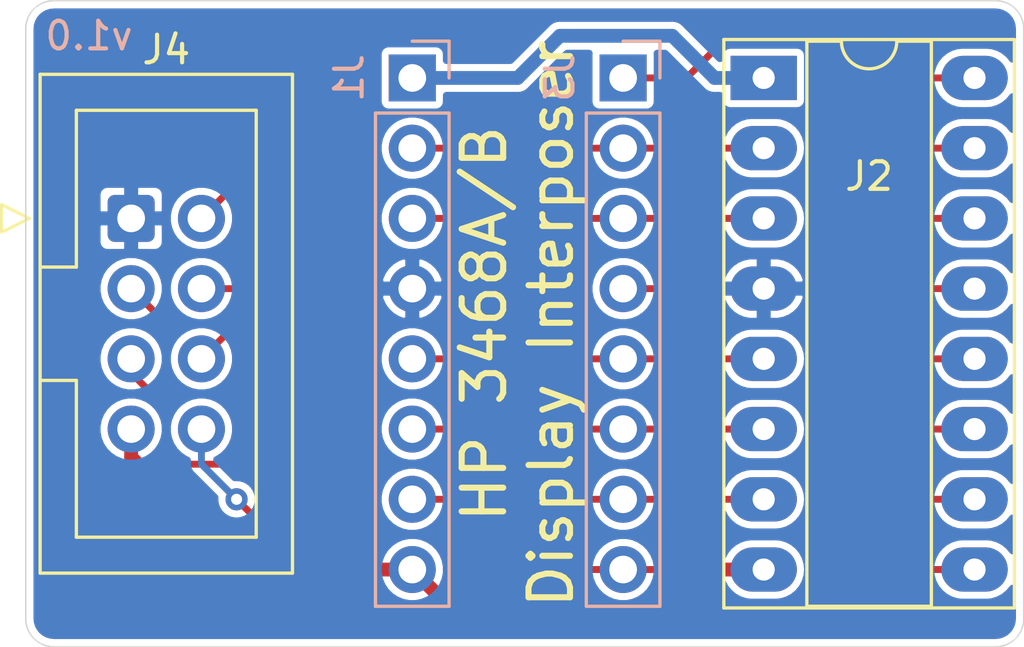
<source format=kicad_pcb>
(kicad_pcb (version 20171130) (host pcbnew "(5.1.10)-1")

  (general
    (thickness 1.6)
    (drawings 10)
    (tracks 110)
    (zones 0)
    (modules 4)
    (nets 17)
  )

  (page A4)
  (layers
    (0 F.Cu signal)
    (31 B.Cu signal)
    (32 B.Adhes user)
    (33 F.Adhes user)
    (34 B.Paste user)
    (35 F.Paste user)
    (36 B.SilkS user)
    (37 F.SilkS user)
    (38 B.Mask user)
    (39 F.Mask user)
    (40 Dwgs.User user)
    (41 Cmts.User user)
    (42 Eco1.User user)
    (43 Eco2.User user)
    (44 Edge.Cuts user)
    (45 Margin user)
    (46 B.CrtYd user)
    (47 F.CrtYd user)
    (48 B.Fab user)
    (49 F.Fab user)
  )

  (setup
    (last_trace_width 0.5)
    (user_trace_width 0.5)
    (trace_clearance 0.2)
    (zone_clearance 0.254)
    (zone_45_only no)
    (trace_min 0.2)
    (via_size 0.8)
    (via_drill 0.4)
    (via_min_size 0.4)
    (via_min_drill 0.3)
    (uvia_size 0.3)
    (uvia_drill 0.1)
    (uvias_allowed no)
    (uvia_min_size 0.2)
    (uvia_min_drill 0.1)
    (edge_width 0.05)
    (segment_width 0.2)
    (pcb_text_width 0.3)
    (pcb_text_size 1.5 1.5)
    (mod_edge_width 0.12)
    (mod_text_size 1 1)
    (mod_text_width 0.15)
    (pad_size 1.524 1.524)
    (pad_drill 0.762)
    (pad_to_mask_clearance 0)
    (aux_axis_origin 0 0)
    (visible_elements FFFFFF7F)
    (pcbplotparams
      (layerselection 0x010fc_ffffffff)
      (usegerberextensions false)
      (usegerberattributes true)
      (usegerberadvancedattributes true)
      (creategerberjobfile true)
      (excludeedgelayer true)
      (linewidth 0.100000)
      (plotframeref false)
      (viasonmask false)
      (mode 1)
      (useauxorigin false)
      (hpglpennumber 1)
      (hpglpenspeed 20)
      (hpglpendiameter 15.000000)
      (psnegative false)
      (psa4output false)
      (plotreference true)
      (plotvalue true)
      (plotinvisibletext false)
      (padsonsilk false)
      (subtractmaskfromsilk false)
      (outputformat 1)
      (mirror false)
      (drillshape 1)
      (scaleselection 1)
      (outputdirectory ""))
  )

  (net 0 "")
  (net 1 /VCC)
  (net 2 /NC_7)
  (net 3 /NC_6)
  (net 4 /OS1)
  (net 5 /GND)
  (net 6 /V1V)
  (net 7 /V2V)
  (net 8 /V3V)
  (net 9 /NC_16)
  (net 10 /ISA)
  (net 11 /SYNC)
  (net 12 /NC_13)
  (net 13 /INA)
  (net 14 /PH2)
  (net 15 /PH1)
  (net 16 /PWO)

  (net_class Default "This is the default net class."
    (clearance 0.2)
    (trace_width 0.25)
    (via_dia 0.8)
    (via_drill 0.4)
    (uvia_dia 0.3)
    (uvia_drill 0.1)
    (add_net /GND)
    (add_net /INA)
    (add_net /ISA)
    (add_net /NC_13)
    (add_net /NC_16)
    (add_net /NC_6)
    (add_net /NC_7)
    (add_net /OS1)
    (add_net /PH1)
    (add_net /PH2)
    (add_net /PWO)
    (add_net /SYNC)
    (add_net /V1V)
    (add_net /V2V)
    (add_net /V3V)
    (add_net /VCC)
  )

  (module Connector_IDC:IDC-Header_2x04_P2.54mm_Vertical (layer F.Cu) (tedit 5EAC9A07) (tstamp 612E8DE5)
    (at 129.54 104.14)
    (descr "Through hole IDC box header, 2x04, 2.54mm pitch, DIN 41651 / IEC 60603-13, double rows, https://docs.google.com/spreadsheets/d/16SsEcesNF15N3Lb4niX7dcUr-NY5_MFPQhobNuNppn4/edit#gid=0")
    (tags "Through hole vertical IDC box header THT 2x04 2.54mm double row")
    (path /612EF55B)
    (fp_text reference J4 (at 1.27 -6.1) (layer F.SilkS)
      (effects (font (size 1 1) (thickness 0.15)))
    )
    (fp_text value IDC_02x04 (at 1.27 13.72) (layer F.Fab)
      (effects (font (size 1 1) (thickness 0.15)))
    )
    (fp_text user %R (at 1.27 3.81 90) (layer F.Fab)
      (effects (font (size 1 1) (thickness 0.15)))
    )
    (fp_line (start -3.18 -4.1) (end -2.18 -5.1) (layer F.Fab) (width 0.1))
    (fp_line (start -2.18 -5.1) (end 5.72 -5.1) (layer F.Fab) (width 0.1))
    (fp_line (start 5.72 -5.1) (end 5.72 12.72) (layer F.Fab) (width 0.1))
    (fp_line (start 5.72 12.72) (end -3.18 12.72) (layer F.Fab) (width 0.1))
    (fp_line (start -3.18 12.72) (end -3.18 -4.1) (layer F.Fab) (width 0.1))
    (fp_line (start -3.18 1.76) (end -1.98 1.76) (layer F.Fab) (width 0.1))
    (fp_line (start -1.98 1.76) (end -1.98 -3.91) (layer F.Fab) (width 0.1))
    (fp_line (start -1.98 -3.91) (end 4.52 -3.91) (layer F.Fab) (width 0.1))
    (fp_line (start 4.52 -3.91) (end 4.52 11.53) (layer F.Fab) (width 0.1))
    (fp_line (start 4.52 11.53) (end -1.98 11.53) (layer F.Fab) (width 0.1))
    (fp_line (start -1.98 11.53) (end -1.98 5.86) (layer F.Fab) (width 0.1))
    (fp_line (start -1.98 5.86) (end -1.98 5.86) (layer F.Fab) (width 0.1))
    (fp_line (start -1.98 5.86) (end -3.18 5.86) (layer F.Fab) (width 0.1))
    (fp_line (start -3.29 -5.21) (end 5.83 -5.21) (layer F.SilkS) (width 0.12))
    (fp_line (start 5.83 -5.21) (end 5.83 12.83) (layer F.SilkS) (width 0.12))
    (fp_line (start 5.83 12.83) (end -3.29 12.83) (layer F.SilkS) (width 0.12))
    (fp_line (start -3.29 12.83) (end -3.29 -5.21) (layer F.SilkS) (width 0.12))
    (fp_line (start -3.29 1.76) (end -1.98 1.76) (layer F.SilkS) (width 0.12))
    (fp_line (start -1.98 1.76) (end -1.98 -3.91) (layer F.SilkS) (width 0.12))
    (fp_line (start -1.98 -3.91) (end 4.52 -3.91) (layer F.SilkS) (width 0.12))
    (fp_line (start 4.52 -3.91) (end 4.52 11.53) (layer F.SilkS) (width 0.12))
    (fp_line (start 4.52 11.53) (end -1.98 11.53) (layer F.SilkS) (width 0.12))
    (fp_line (start -1.98 11.53) (end -1.98 5.86) (layer F.SilkS) (width 0.12))
    (fp_line (start -1.98 5.86) (end -1.98 5.86) (layer F.SilkS) (width 0.12))
    (fp_line (start -1.98 5.86) (end -3.29 5.86) (layer F.SilkS) (width 0.12))
    (fp_line (start -3.68 0) (end -4.68 -0.5) (layer F.SilkS) (width 0.12))
    (fp_line (start -4.68 -0.5) (end -4.68 0.5) (layer F.SilkS) (width 0.12))
    (fp_line (start -4.68 0.5) (end -3.68 0) (layer F.SilkS) (width 0.12))
    (fp_line (start -3.68 -5.6) (end -3.68 13.22) (layer F.CrtYd) (width 0.05))
    (fp_line (start -3.68 13.22) (end 6.22 13.22) (layer F.CrtYd) (width 0.05))
    (fp_line (start 6.22 13.22) (end 6.22 -5.6) (layer F.CrtYd) (width 0.05))
    (fp_line (start 6.22 -5.6) (end -3.68 -5.6) (layer F.CrtYd) (width 0.05))
    (pad 8 thru_hole circle (at 2.54 7.62) (size 1.7 1.7) (drill 1) (layers *.Cu *.Mask)
      (net 16 /PWO))
    (pad 6 thru_hole circle (at 2.54 5.08) (size 1.7 1.7) (drill 1) (layers *.Cu *.Mask)
      (net 13 /INA))
    (pad 4 thru_hole circle (at 2.54 2.54) (size 1.7 1.7) (drill 1) (layers *.Cu *.Mask)
      (net 11 /SYNC))
    (pad 2 thru_hole circle (at 2.54 0) (size 1.7 1.7) (drill 1) (layers *.Cu *.Mask)
      (net 10 /ISA))
    (pad 7 thru_hole circle (at 0 7.62) (size 1.7 1.7) (drill 1) (layers *.Cu *.Mask)
      (net 1 /VCC))
    (pad 5 thru_hole circle (at 0 5.08) (size 1.7 1.7) (drill 1) (layers *.Cu *.Mask)
      (net 15 /PH1))
    (pad 3 thru_hole circle (at 0 2.54) (size 1.7 1.7) (drill 1) (layers *.Cu *.Mask)
      (net 14 /PH2))
    (pad 1 thru_hole roundrect (at 0 0) (size 1.7 1.7) (drill 1) (layers *.Cu *.Mask) (roundrect_rratio 0.147059)
      (net 5 /GND))
    (model ${KISYS3DMOD}/Connector_IDC.3dshapes/IDC-Header_2x04_P2.54mm_Vertical.wrl
      (at (xyz 0 0 0))
      (scale (xyz 1 1 1))
      (rotate (xyz 0 0 0))
    )
  )

  (module Connector_PinHeader_2.54mm:PinHeader_1x08_P2.54mm_Vertical (layer B.Cu) (tedit 59FED5CC) (tstamp 612E8DB8)
    (at 147.32 99.06 180)
    (descr "Through hole straight pin header, 1x08, 2.54mm pitch, single row")
    (tags "Through hole pin header THT 1x08 2.54mm single row")
    (path /612EB9D0)
    (fp_text reference J3 (at 2.286 0 90) (layer B.SilkS)
      (effects (font (size 1 1) (thickness 0.15)) (justify mirror))
    )
    (fp_text value Header_1x8 (at 2.286 -8.89 90) (layer B.Fab)
      (effects (font (size 1 1) (thickness 0.15)) (justify mirror))
    )
    (fp_text user %R (at 0 -8.89 270) (layer B.Fab)
      (effects (font (size 1 1) (thickness 0.15)) (justify mirror))
    )
    (fp_line (start -0.635 1.27) (end 1.27 1.27) (layer B.Fab) (width 0.1))
    (fp_line (start 1.27 1.27) (end 1.27 -19.05) (layer B.Fab) (width 0.1))
    (fp_line (start 1.27 -19.05) (end -1.27 -19.05) (layer B.Fab) (width 0.1))
    (fp_line (start -1.27 -19.05) (end -1.27 0.635) (layer B.Fab) (width 0.1))
    (fp_line (start -1.27 0.635) (end -0.635 1.27) (layer B.Fab) (width 0.1))
    (fp_line (start -1.33 -19.11) (end 1.33 -19.11) (layer B.SilkS) (width 0.12))
    (fp_line (start -1.33 -1.27) (end -1.33 -19.11) (layer B.SilkS) (width 0.12))
    (fp_line (start 1.33 -1.27) (end 1.33 -19.11) (layer B.SilkS) (width 0.12))
    (fp_line (start -1.33 -1.27) (end 1.33 -1.27) (layer B.SilkS) (width 0.12))
    (fp_line (start -1.33 0) (end -1.33 1.33) (layer B.SilkS) (width 0.12))
    (fp_line (start -1.33 1.33) (end 0 1.33) (layer B.SilkS) (width 0.12))
    (fp_line (start -1.8 1.8) (end -1.8 -19.55) (layer B.CrtYd) (width 0.05))
    (fp_line (start -1.8 -19.55) (end 1.8 -19.55) (layer B.CrtYd) (width 0.05))
    (fp_line (start 1.8 -19.55) (end 1.8 1.8) (layer B.CrtYd) (width 0.05))
    (fp_line (start 1.8 1.8) (end -1.8 1.8) (layer B.CrtYd) (width 0.05))
    (pad 8 thru_hole oval (at 0 -17.78 180) (size 1.7 1.7) (drill 1) (layers *.Cu *.Mask)
      (net 16 /PWO))
    (pad 7 thru_hole oval (at 0 -15.24 180) (size 1.7 1.7) (drill 1) (layers *.Cu *.Mask)
      (net 15 /PH1))
    (pad 6 thru_hole oval (at 0 -12.7 180) (size 1.7 1.7) (drill 1) (layers *.Cu *.Mask)
      (net 14 /PH2))
    (pad 5 thru_hole oval (at 0 -10.16 180) (size 1.7 1.7) (drill 1) (layers *.Cu *.Mask)
      (net 13 /INA))
    (pad 4 thru_hole oval (at 0 -7.62 180) (size 1.7 1.7) (drill 1) (layers *.Cu *.Mask)
      (net 12 /NC_13))
    (pad 3 thru_hole oval (at 0 -5.08 180) (size 1.7 1.7) (drill 1) (layers *.Cu *.Mask)
      (net 11 /SYNC))
    (pad 2 thru_hole oval (at 0 -2.54 180) (size 1.7 1.7) (drill 1) (layers *.Cu *.Mask)
      (net 10 /ISA))
    (pad 1 thru_hole rect (at 0 0 180) (size 1.7 1.7) (drill 1) (layers *.Cu *.Mask)
      (net 9 /NC_16))
    (model ${KISYS3DMOD}/Connector_PinHeader_2.54mm.3dshapes/PinHeader_1x08_P2.54mm_Vertical.wrl
      (at (xyz 0 0 0))
      (scale (xyz 1 1 1))
      (rotate (xyz 0 0 0))
    )
  )

  (module Package_DIP:DIP-16_W7.62mm_Socket_LongPads (layer F.Cu) (tedit 5A02E8C5) (tstamp 612EAED5)
    (at 152.4 99.06)
    (descr "16-lead though-hole mounted DIP package, row spacing 7.62 mm (300 mils), Socket, LongPads")
    (tags "THT DIP DIL PDIP 2.54mm 7.62mm 300mil Socket LongPads")
    (path /612E8778)
    (fp_text reference J2 (at 3.81 3.556) (layer F.SilkS)
      (effects (font (size 1 1) (thickness 0.15)))
    )
    (fp_text value Socket_DIP16 (at 3.81 12.7 90) (layer F.Fab)
      (effects (font (size 1 1) (thickness 0.15)))
    )
    (fp_text user %R (at 3.81 3.556) (layer F.Fab)
      (effects (font (size 1 1) (thickness 0.15)))
    )
    (fp_arc (start 3.81 -1.33) (end 2.81 -1.33) (angle -180) (layer F.SilkS) (width 0.12))
    (fp_line (start 1.635 -1.27) (end 6.985 -1.27) (layer F.Fab) (width 0.1))
    (fp_line (start 6.985 -1.27) (end 6.985 19.05) (layer F.Fab) (width 0.1))
    (fp_line (start 6.985 19.05) (end 0.635 19.05) (layer F.Fab) (width 0.1))
    (fp_line (start 0.635 19.05) (end 0.635 -0.27) (layer F.Fab) (width 0.1))
    (fp_line (start 0.635 -0.27) (end 1.635 -1.27) (layer F.Fab) (width 0.1))
    (fp_line (start -1.27 -1.33) (end -1.27 19.11) (layer F.Fab) (width 0.1))
    (fp_line (start -1.27 19.11) (end 8.89 19.11) (layer F.Fab) (width 0.1))
    (fp_line (start 8.89 19.11) (end 8.89 -1.33) (layer F.Fab) (width 0.1))
    (fp_line (start 8.89 -1.33) (end -1.27 -1.33) (layer F.Fab) (width 0.1))
    (fp_line (start 2.81 -1.33) (end 1.56 -1.33) (layer F.SilkS) (width 0.12))
    (fp_line (start 1.56 -1.33) (end 1.56 19.11) (layer F.SilkS) (width 0.12))
    (fp_line (start 1.56 19.11) (end 6.06 19.11) (layer F.SilkS) (width 0.12))
    (fp_line (start 6.06 19.11) (end 6.06 -1.33) (layer F.SilkS) (width 0.12))
    (fp_line (start 6.06 -1.33) (end 4.81 -1.33) (layer F.SilkS) (width 0.12))
    (fp_line (start -1.44 -1.39) (end -1.44 19.17) (layer F.SilkS) (width 0.12))
    (fp_line (start -1.44 19.17) (end 9.06 19.17) (layer F.SilkS) (width 0.12))
    (fp_line (start 9.06 19.17) (end 9.06 -1.39) (layer F.SilkS) (width 0.12))
    (fp_line (start 9.06 -1.39) (end -1.44 -1.39) (layer F.SilkS) (width 0.12))
    (fp_line (start -1.55 -1.6) (end -1.55 19.4) (layer F.CrtYd) (width 0.05))
    (fp_line (start -1.55 19.4) (end 9.15 19.4) (layer F.CrtYd) (width 0.05))
    (fp_line (start 9.15 19.4) (end 9.15 -1.6) (layer F.CrtYd) (width 0.05))
    (fp_line (start 9.15 -1.6) (end -1.55 -1.6) (layer F.CrtYd) (width 0.05))
    (pad 16 thru_hole oval (at 7.62 0) (size 2.4 1.6) (drill 0.8) (layers *.Cu *.Mask)
      (net 9 /NC_16))
    (pad 8 thru_hole oval (at 0 17.78) (size 2.4 1.6) (drill 0.8) (layers *.Cu *.Mask)
      (net 1 /VCC))
    (pad 15 thru_hole oval (at 7.62 2.54) (size 2.4 1.6) (drill 0.8) (layers *.Cu *.Mask)
      (net 10 /ISA))
    (pad 7 thru_hole oval (at 0 15.24) (size 2.4 1.6) (drill 0.8) (layers *.Cu *.Mask)
      (net 2 /NC_7))
    (pad 14 thru_hole oval (at 7.62 5.08) (size 2.4 1.6) (drill 0.8) (layers *.Cu *.Mask)
      (net 11 /SYNC))
    (pad 6 thru_hole oval (at 0 12.7) (size 2.4 1.6) (drill 0.8) (layers *.Cu *.Mask)
      (net 3 /NC_6))
    (pad 13 thru_hole oval (at 7.62 7.62) (size 2.4 1.6) (drill 0.8) (layers *.Cu *.Mask)
      (net 12 /NC_13))
    (pad 5 thru_hole oval (at 0 10.16) (size 2.4 1.6) (drill 0.8) (layers *.Cu *.Mask)
      (net 4 /OS1))
    (pad 12 thru_hole oval (at 7.62 10.16) (size 2.4 1.6) (drill 0.8) (layers *.Cu *.Mask)
      (net 13 /INA))
    (pad 4 thru_hole oval (at 0 7.62) (size 2.4 1.6) (drill 0.8) (layers *.Cu *.Mask)
      (net 5 /GND))
    (pad 11 thru_hole oval (at 7.62 12.7) (size 2.4 1.6) (drill 0.8) (layers *.Cu *.Mask)
      (net 14 /PH2))
    (pad 3 thru_hole oval (at 0 5.08) (size 2.4 1.6) (drill 0.8) (layers *.Cu *.Mask)
      (net 6 /V1V))
    (pad 10 thru_hole oval (at 7.62 15.24) (size 2.4 1.6) (drill 0.8) (layers *.Cu *.Mask)
      (net 15 /PH1))
    (pad 2 thru_hole oval (at 0 2.54) (size 2.4 1.6) (drill 0.8) (layers *.Cu *.Mask)
      (net 7 /V2V))
    (pad 9 thru_hole oval (at 7.62 17.78) (size 2.4 1.6) (drill 0.8) (layers *.Cu *.Mask)
      (net 16 /PWO))
    (pad 1 thru_hole rect (at 0 0) (size 2.4 1.6) (drill 0.8) (layers *.Cu *.Mask)
      (net 8 /V3V))
    (model ${KISYS3DMOD}/Package_DIP.3dshapes/DIP-16_W7.62mm_Socket.wrl
      (at (xyz 0 0 0))
      (scale (xyz 1 1 1))
      (rotate (xyz 0 0 0))
    )
  )

  (module Connector_PinHeader_2.54mm:PinHeader_1x08_P2.54mm_Vertical (layer B.Cu) (tedit 59FED5CC) (tstamp 612EB2FE)
    (at 139.7 99.06 180)
    (descr "Through hole straight pin header, 1x08, 2.54mm pitch, single row")
    (tags "Through hole pin header THT 1x08 2.54mm single row")
    (path /612E8006)
    (fp_text reference J1 (at 2.286 0 90) (layer B.SilkS)
      (effects (font (size 1 1) (thickness 0.15)) (justify mirror))
    )
    (fp_text value Header_1x8 (at 2.286 -8.89 90) (layer B.Fab)
      (effects (font (size 1 1) (thickness 0.15)) (justify mirror))
    )
    (fp_text user %R (at 0 -8.89 270) (layer B.Fab)
      (effects (font (size 1 1) (thickness 0.15)) (justify mirror))
    )
    (fp_line (start -0.635 1.27) (end 1.27 1.27) (layer B.Fab) (width 0.1))
    (fp_line (start 1.27 1.27) (end 1.27 -19.05) (layer B.Fab) (width 0.1))
    (fp_line (start 1.27 -19.05) (end -1.27 -19.05) (layer B.Fab) (width 0.1))
    (fp_line (start -1.27 -19.05) (end -1.27 0.635) (layer B.Fab) (width 0.1))
    (fp_line (start -1.27 0.635) (end -0.635 1.27) (layer B.Fab) (width 0.1))
    (fp_line (start -1.33 -19.11) (end 1.33 -19.11) (layer B.SilkS) (width 0.12))
    (fp_line (start -1.33 -1.27) (end -1.33 -19.11) (layer B.SilkS) (width 0.12))
    (fp_line (start 1.33 -1.27) (end 1.33 -19.11) (layer B.SilkS) (width 0.12))
    (fp_line (start -1.33 -1.27) (end 1.33 -1.27) (layer B.SilkS) (width 0.12))
    (fp_line (start -1.33 0) (end -1.33 1.33) (layer B.SilkS) (width 0.12))
    (fp_line (start -1.33 1.33) (end 0 1.33) (layer B.SilkS) (width 0.12))
    (fp_line (start -1.8 1.8) (end -1.8 -19.55) (layer B.CrtYd) (width 0.05))
    (fp_line (start -1.8 -19.55) (end 1.8 -19.55) (layer B.CrtYd) (width 0.05))
    (fp_line (start 1.8 -19.55) (end 1.8 1.8) (layer B.CrtYd) (width 0.05))
    (fp_line (start 1.8 1.8) (end -1.8 1.8) (layer B.CrtYd) (width 0.05))
    (pad 8 thru_hole oval (at 0 -17.78 180) (size 1.7 1.7) (drill 1) (layers *.Cu *.Mask)
      (net 1 /VCC))
    (pad 7 thru_hole oval (at 0 -15.24 180) (size 1.7 1.7) (drill 1) (layers *.Cu *.Mask)
      (net 2 /NC_7))
    (pad 6 thru_hole oval (at 0 -12.7 180) (size 1.7 1.7) (drill 1) (layers *.Cu *.Mask)
      (net 3 /NC_6))
    (pad 5 thru_hole oval (at 0 -10.16 180) (size 1.7 1.7) (drill 1) (layers *.Cu *.Mask)
      (net 4 /OS1))
    (pad 4 thru_hole oval (at 0 -7.62 180) (size 1.7 1.7) (drill 1) (layers *.Cu *.Mask)
      (net 5 /GND))
    (pad 3 thru_hole oval (at 0 -5.08 180) (size 1.7 1.7) (drill 1) (layers *.Cu *.Mask)
      (net 6 /V1V))
    (pad 2 thru_hole oval (at 0 -2.54 180) (size 1.7 1.7) (drill 1) (layers *.Cu *.Mask)
      (net 7 /V2V))
    (pad 1 thru_hole rect (at 0 0 180) (size 1.7 1.7) (drill 1) (layers *.Cu *.Mask)
      (net 8 /V3V))
    (model ${KISYS3DMOD}/Connector_PinHeader_2.54mm.3dshapes/PinHeader_1x08_P2.54mm_Vertical.wrl
      (at (xyz 0 0 0))
      (scale (xyz 1 1 1))
      (rotate (xyz 0 0 0))
    )
  )

  (gr_arc (start 126.746 118.618) (end 125.73 118.618) (angle -90) (layer Edge.Cuts) (width 0.05))
  (gr_arc (start 160.782 118.618) (end 160.782 119.634) (angle -90) (layer Edge.Cuts) (width 0.05))
  (gr_arc (start 160.782 97.282) (end 161.798 97.282) (angle -90) (layer Edge.Cuts) (width 0.05))
  (gr_arc (start 126.746 97.282) (end 126.746 96.266) (angle -90) (layer Edge.Cuts) (width 0.05))
  (gr_text v1.0 (at 128.016 97.536) (layer B.SilkS)
    (effects (font (size 1 1) (thickness 0.15)) (justify mirror))
  )
  (gr_text "HP 3468A/B\nDisplay Interposer" (at 143.51 107.95 90) (layer F.SilkS)
    (effects (font (size 1.5 1.5) (thickness 0.22)))
  )
  (gr_line (start 125.73 118.618) (end 125.73 97.282) (layer Edge.Cuts) (width 0.05) (tstamp 612EB474))
  (gr_line (start 160.782 119.634) (end 126.746 119.634) (layer Edge.Cuts) (width 0.05))
  (gr_line (start 161.798 97.282) (end 161.798 118.618) (layer Edge.Cuts) (width 0.05))
  (gr_line (start 126.746 96.266) (end 160.782 96.266) (layer Edge.Cuts) (width 0.05))

  (segment (start 129.54 111.76) (end 129.54 112.776) (width 0.5) (layer F.Cu) (net 1))
  (segment (start 133.604 116.84) (end 139.7 116.84) (width 0.5) (layer F.Cu) (net 1))
  (segment (start 129.54 112.776) (end 133.604 116.84) (width 0.5) (layer F.Cu) (net 1))
  (segment (start 141.224 118.364) (end 139.7 116.84) (width 0.5) (layer F.Cu) (net 1))
  (segment (start 152.4 116.84) (end 150.876 116.84) (width 0.5) (layer F.Cu) (net 1))
  (segment (start 150.876 116.84) (end 149.352 118.364) (width 0.5) (layer F.Cu) (net 1))
  (segment (start 149.352 118.364) (end 141.224 118.364) (width 0.5) (layer F.Cu) (net 1))
  (segment (start 150.114 114.3) (end 148.844 115.57) (width 0.25) (layer F.Cu) (net 2))
  (segment (start 152.4 114.3) (end 150.114 114.3) (width 0.25) (layer F.Cu) (net 2))
  (segment (start 141.478 114.3) (end 142.748 115.57) (width 0.25) (layer F.Cu) (net 2))
  (segment (start 139.7 114.3) (end 141.478 114.3) (width 0.25) (layer F.Cu) (net 2))
  (segment (start 148.844 115.57) (end 142.748 115.57) (width 0.25) (layer F.Cu) (net 2))
  (segment (start 152.4 111.76) (end 150.876 111.76) (width 0.25) (layer F.Cu) (net 3))
  (segment (start 150.876 111.76) (end 149.606 113.03) (width 0.25) (layer F.Cu) (net 3))
  (segment (start 141.224 111.76) (end 142.494 113.03) (width 0.25) (layer F.Cu) (net 3))
  (segment (start 139.7 111.76) (end 141.224 111.76) (width 0.25) (layer F.Cu) (net 3))
  (segment (start 149.606 113.03) (end 142.494 113.03) (width 0.25) (layer F.Cu) (net 3))
  (segment (start 152.4 109.22) (end 150.622 109.22) (width 0.25) (layer F.Cu) (net 4))
  (segment (start 150.622 109.22) (end 149.352 110.49) (width 0.25) (layer F.Cu) (net 4))
  (segment (start 139.7 109.22) (end 142.748 109.22) (width 0.25) (layer F.Cu) (net 4))
  (segment (start 142.748 109.22) (end 144.018 110.49) (width 0.25) (layer F.Cu) (net 4))
  (segment (start 149.352 110.49) (end 144.018 110.49) (width 0.25) (layer F.Cu) (net 4))
  (segment (start 142.24 104.14) (end 139.7 104.14) (width 0.25) (layer F.Cu) (net 6))
  (segment (start 152.4 104.14) (end 150.368 104.14) (width 0.25) (layer F.Cu) (net 6))
  (segment (start 150.368 104.14) (end 149.098 105.41) (width 0.25) (layer F.Cu) (net 6))
  (segment (start 143.51 105.41) (end 142.24 104.14) (width 0.25) (layer F.Cu) (net 6))
  (segment (start 149.098 105.41) (end 143.51 105.41) (width 0.25) (layer F.Cu) (net 6))
  (segment (start 152.4 101.6) (end 150.622 101.6) (width 0.25) (layer F.Cu) (net 7))
  (segment (start 141.732 101.6) (end 139.7 101.6) (width 0.25) (layer F.Cu) (net 7))
  (segment (start 150.622 101.6) (end 149.352 102.87) (width 0.25) (layer F.Cu) (net 7))
  (segment (start 143.002 102.87) (end 141.732 101.6) (width 0.25) (layer F.Cu) (net 7))
  (segment (start 149.352 102.87) (end 143.002 102.87) (width 0.25) (layer F.Cu) (net 7))
  (segment (start 143.51 99.06) (end 139.7 99.06) (width 0.5) (layer B.Cu) (net 8))
  (segment (start 145.034 97.536) (end 143.51 99.06) (width 0.5) (layer B.Cu) (net 8))
  (segment (start 149.098 97.536) (end 145.034 97.536) (width 0.5) (layer B.Cu) (net 8))
  (segment (start 150.622 99.06) (end 149.098 97.536) (width 0.5) (layer B.Cu) (net 8))
  (segment (start 152.4 99.06) (end 150.622 99.06) (width 0.5) (layer B.Cu) (net 8))
  (segment (start 160.02 99.06) (end 157.48 99.06) (width 0.25) (layer F.Cu) (net 9))
  (segment (start 157.48 99.06) (end 155.956 97.536) (width 0.25) (layer F.Cu) (net 9))
  (segment (start 155.956 97.536) (end 151.13 97.536) (width 0.25) (layer F.Cu) (net 9))
  (segment (start 149.606 99.06) (end 147.32 99.06) (width 0.25) (layer F.Cu) (net 9))
  (segment (start 151.13 97.536) (end 149.606 99.06) (width 0.25) (layer F.Cu) (net 9))
  (segment (start 148.59 101.6) (end 147.32 101.6) (width 0.25) (layer F.Cu) (net 10))
  (segment (start 149.86 100.33) (end 148.59 101.6) (width 0.25) (layer F.Cu) (net 10))
  (segment (start 154.432 100.33) (end 149.86 100.33) (width 0.25) (layer F.Cu) (net 10))
  (segment (start 155.702 101.6) (end 154.432 100.33) (width 0.25) (layer F.Cu) (net 10))
  (segment (start 160.02 101.6) (end 155.702 101.6) (width 0.25) (layer F.Cu) (net 10))
  (segment (start 147.32 101.6) (end 144.018 101.6) (width 0.25) (layer F.Cu) (net 10))
  (segment (start 144.018 101.6) (end 142.748 100.33) (width 0.25) (layer F.Cu) (net 10))
  (segment (start 135.89 100.33) (end 132.08 104.14) (width 0.25) (layer F.Cu) (net 10))
  (segment (start 142.748 100.33) (end 135.89 100.33) (width 0.25) (layer F.Cu) (net 10))
  (segment (start 149.098 104.14) (end 147.32 104.14) (width 0.25) (layer F.Cu) (net 11))
  (segment (start 150.368 102.87) (end 149.098 104.14) (width 0.25) (layer F.Cu) (net 11))
  (segment (start 154.432 102.87) (end 150.368 102.87) (width 0.25) (layer F.Cu) (net 11))
  (segment (start 155.702 104.14) (end 154.432 102.87) (width 0.25) (layer F.Cu) (net 11))
  (segment (start 160.02 104.14) (end 155.702 104.14) (width 0.25) (layer F.Cu) (net 11))
  (segment (start 147.32 104.14) (end 143.256 104.14) (width 0.25) (layer F.Cu) (net 11))
  (segment (start 143.256 104.14) (end 141.986 102.87) (width 0.25) (layer F.Cu) (net 11))
  (segment (start 141.986 102.87) (end 137.668 102.87) (width 0.25) (layer F.Cu) (net 11))
  (segment (start 133.858 106.68) (end 132.08 106.68) (width 0.25) (layer F.Cu) (net 11))
  (segment (start 137.668 102.87) (end 133.858 106.68) (width 0.25) (layer F.Cu) (net 11))
  (segment (start 160.02 106.68) (end 157.226 106.68) (width 0.25) (layer F.Cu) (net 12))
  (segment (start 157.226 106.68) (end 155.956 105.41) (width 0.25) (layer F.Cu) (net 12))
  (segment (start 155.956 105.41) (end 150.368 105.41) (width 0.25) (layer F.Cu) (net 12))
  (segment (start 149.098 106.68) (end 147.32 106.68) (width 0.25) (layer F.Cu) (net 12))
  (segment (start 150.368 105.41) (end 149.098 106.68) (width 0.25) (layer F.Cu) (net 12))
  (segment (start 160.02 109.22) (end 156.718 109.22) (width 0.25) (layer F.Cu) (net 13))
  (segment (start 156.718 109.22) (end 155.448 107.95) (width 0.25) (layer F.Cu) (net 13))
  (segment (start 155.448 107.95) (end 150.114 107.95) (width 0.25) (layer F.Cu) (net 13))
  (segment (start 148.844 109.22) (end 147.32 109.22) (width 0.25) (layer F.Cu) (net 13))
  (segment (start 150.114 107.95) (end 148.844 109.22) (width 0.25) (layer F.Cu) (net 13))
  (segment (start 147.32 109.22) (end 144.272 109.22) (width 0.25) (layer F.Cu) (net 13))
  (segment (start 144.272 109.22) (end 143.002 107.95) (width 0.25) (layer F.Cu) (net 13))
  (segment (start 133.35 107.95) (end 132.08 109.22) (width 0.25) (layer F.Cu) (net 13))
  (segment (start 143.002 107.95) (end 133.35 107.95) (width 0.25) (layer F.Cu) (net 13))
  (segment (start 160.02 111.76) (end 156.718 111.76) (width 0.25) (layer F.Cu) (net 14))
  (segment (start 156.718 111.76) (end 155.448 110.49) (width 0.25) (layer F.Cu) (net 14))
  (segment (start 155.448 110.49) (end 150.876 110.49) (width 0.25) (layer F.Cu) (net 14))
  (segment (start 149.606 111.76) (end 147.32 111.76) (width 0.25) (layer F.Cu) (net 14))
  (segment (start 150.876 110.49) (end 149.606 111.76) (width 0.25) (layer F.Cu) (net 14))
  (segment (start 130.81 107.95) (end 129.54 106.68) (width 0.25) (layer F.Cu) (net 14))
  (segment (start 130.81 109.982) (end 130.81 107.95) (width 0.25) (layer F.Cu) (net 14))
  (segment (start 131.318 110.49) (end 130.81 109.982) (width 0.25) (layer F.Cu) (net 14))
  (segment (start 141.986 110.49) (end 131.318 110.49) (width 0.25) (layer F.Cu) (net 14))
  (segment (start 143.256 111.76) (end 141.986 110.49) (width 0.25) (layer F.Cu) (net 14))
  (segment (start 147.32 111.76) (end 143.256 111.76) (width 0.25) (layer F.Cu) (net 14))
  (segment (start 150.368 113.03) (end 149.098 114.3) (width 0.25) (layer F.Cu) (net 15))
  (segment (start 149.098 114.3) (end 147.32 114.3) (width 0.25) (layer F.Cu) (net 15))
  (segment (start 155.448 113.03) (end 150.368 113.03) (width 0.25) (layer F.Cu) (net 15))
  (segment (start 156.718 114.3) (end 155.448 113.03) (width 0.25) (layer F.Cu) (net 15))
  (segment (start 160.02 114.3) (end 156.718 114.3) (width 0.25) (layer F.Cu) (net 15))
  (segment (start 129.54 109.728) (end 129.54 109.22) (width 0.25) (layer F.Cu) (net 15))
  (segment (start 130.81 110.998) (end 129.54 109.728) (width 0.25) (layer F.Cu) (net 15))
  (segment (start 130.81 112.268) (end 130.81 110.998) (width 0.25) (layer F.Cu) (net 15))
  (segment (start 131.572 113.03) (end 130.81 112.268) (width 0.25) (layer F.Cu) (net 15))
  (segment (start 141.478 113.03) (end 131.572 113.03) (width 0.25) (layer F.Cu) (net 15))
  (segment (start 142.748 114.3) (end 141.478 113.03) (width 0.25) (layer F.Cu) (net 15))
  (segment (start 147.32 114.3) (end 142.748 114.3) (width 0.25) (layer F.Cu) (net 15))
  (segment (start 160.02 116.84) (end 157.226 116.84) (width 0.25) (layer F.Cu) (net 16))
  (segment (start 157.226 116.84) (end 155.956 115.57) (width 0.25) (layer F.Cu) (net 16))
  (segment (start 155.956 115.57) (end 150.876 115.57) (width 0.25) (layer F.Cu) (net 16))
  (segment (start 149.606 116.84) (end 147.32 116.84) (width 0.25) (layer F.Cu) (net 16))
  (segment (start 150.876 115.57) (end 149.606 116.84) (width 0.25) (layer F.Cu) (net 16))
  (segment (start 147.32 116.84) (end 142.748 116.84) (width 0.25) (layer F.Cu) (net 16))
  (segment (start 142.748 116.84) (end 141.478 115.57) (width 0.25) (layer F.Cu) (net 16))
  (via (at 133.35 114.3) (size 0.8) (drill 0.4) (layers F.Cu B.Cu) (net 16))
  (segment (start 134.62 115.57) (end 133.35 114.3) (width 0.25) (layer F.Cu) (net 16))
  (segment (start 141.478 115.57) (end 134.62 115.57) (width 0.25) (layer F.Cu) (net 16))
  (segment (start 132.08 113.03) (end 132.08 111.76) (width 0.25) (layer B.Cu) (net 16))
  (segment (start 133.35 114.3) (end 132.08 113.03) (width 0.25) (layer B.Cu) (net 16))

  (zone (net 5) (net_name /GND) (layer B.Cu) (tstamp 0) (hatch edge 0.508)
    (connect_pads (clearance 0.254))
    (min_thickness 0.254)
    (fill yes (arc_segments 32) (thermal_gap 0.254) (thermal_bridge_width 0.508))
    (polygon
      (pts
        (xy 161.798 119.634) (xy 125.73 119.634) (xy 125.73 96.266) (xy 161.798 96.266)
      )
    )
    (filled_polygon
      (pts
        (xy 160.900106 96.685527) (xy 161.013713 96.719827) (xy 161.118491 96.775539) (xy 161.210455 96.850543) (xy 161.286099 96.941982)
        (xy 161.342542 97.046371) (xy 161.377633 97.159732) (xy 161.392 97.296424) (xy 161.392 98.382764) (xy 161.259134 98.220866)
        (xy 161.079303 98.073283) (xy 160.874136 97.963619) (xy 160.651516 97.896088) (xy 160.478016 97.879) (xy 159.561984 97.879)
        (xy 159.388484 97.896088) (xy 159.165864 97.963619) (xy 158.960697 98.073283) (xy 158.780866 98.220866) (xy 158.633283 98.400697)
        (xy 158.523619 98.605864) (xy 158.456088 98.828484) (xy 158.433286 99.06) (xy 158.456088 99.291516) (xy 158.523619 99.514136)
        (xy 158.633283 99.719303) (xy 158.780866 99.899134) (xy 158.960697 100.046717) (xy 159.165864 100.156381) (xy 159.388484 100.223912)
        (xy 159.561984 100.241) (xy 160.478016 100.241) (xy 160.651516 100.223912) (xy 160.874136 100.156381) (xy 161.079303 100.046717)
        (xy 161.259134 99.899134) (xy 161.392 99.737236) (xy 161.392 100.922764) (xy 161.259134 100.760866) (xy 161.079303 100.613283)
        (xy 160.874136 100.503619) (xy 160.651516 100.436088) (xy 160.478016 100.419) (xy 159.561984 100.419) (xy 159.388484 100.436088)
        (xy 159.165864 100.503619) (xy 158.960697 100.613283) (xy 158.780866 100.760866) (xy 158.633283 100.940697) (xy 158.523619 101.145864)
        (xy 158.456088 101.368484) (xy 158.433286 101.6) (xy 158.456088 101.831516) (xy 158.523619 102.054136) (xy 158.633283 102.259303)
        (xy 158.780866 102.439134) (xy 158.960697 102.586717) (xy 159.165864 102.696381) (xy 159.388484 102.763912) (xy 159.561984 102.781)
        (xy 160.478016 102.781) (xy 160.651516 102.763912) (xy 160.874136 102.696381) (xy 161.079303 102.586717) (xy 161.259134 102.439134)
        (xy 161.392 102.277235) (xy 161.392 103.462765) (xy 161.259134 103.300866) (xy 161.079303 103.153283) (xy 160.874136 103.043619)
        (xy 160.651516 102.976088) (xy 160.478016 102.959) (xy 159.561984 102.959) (xy 159.388484 102.976088) (xy 159.165864 103.043619)
        (xy 158.960697 103.153283) (xy 158.780866 103.300866) (xy 158.633283 103.480697) (xy 158.523619 103.685864) (xy 158.456088 103.908484)
        (xy 158.433286 104.14) (xy 158.456088 104.371516) (xy 158.523619 104.594136) (xy 158.633283 104.799303) (xy 158.780866 104.979134)
        (xy 158.960697 105.126717) (xy 159.165864 105.236381) (xy 159.388484 105.303912) (xy 159.561984 105.321) (xy 160.478016 105.321)
        (xy 160.651516 105.303912) (xy 160.874136 105.236381) (xy 161.079303 105.126717) (xy 161.259134 104.979134) (xy 161.392 104.817235)
        (xy 161.392 106.002765) (xy 161.259134 105.840866) (xy 161.079303 105.693283) (xy 160.874136 105.583619) (xy 160.651516 105.516088)
        (xy 160.478016 105.499) (xy 159.561984 105.499) (xy 159.388484 105.516088) (xy 159.165864 105.583619) (xy 158.960697 105.693283)
        (xy 158.780866 105.840866) (xy 158.633283 106.020697) (xy 158.523619 106.225864) (xy 158.456088 106.448484) (xy 158.433286 106.68)
        (xy 158.456088 106.911516) (xy 158.523619 107.134136) (xy 158.633283 107.339303) (xy 158.780866 107.519134) (xy 158.960697 107.666717)
        (xy 159.165864 107.776381) (xy 159.388484 107.843912) (xy 159.561984 107.861) (xy 160.478016 107.861) (xy 160.651516 107.843912)
        (xy 160.874136 107.776381) (xy 161.079303 107.666717) (xy 161.259134 107.519134) (xy 161.392 107.357235) (xy 161.392001 108.542765)
        (xy 161.259134 108.380866) (xy 161.079303 108.233283) (xy 160.874136 108.123619) (xy 160.651516 108.056088) (xy 160.478016 108.039)
        (xy 159.561984 108.039) (xy 159.388484 108.056088) (xy 159.165864 108.123619) (xy 158.960697 108.233283) (xy 158.780866 108.380866)
        (xy 158.633283 108.560697) (xy 158.523619 108.765864) (xy 158.456088 108.988484) (xy 158.433286 109.22) (xy 158.456088 109.451516)
        (xy 158.523619 109.674136) (xy 158.633283 109.879303) (xy 158.780866 110.059134) (xy 158.960697 110.206717) (xy 159.165864 110.316381)
        (xy 159.388484 110.383912) (xy 159.561984 110.401) (xy 160.478016 110.401) (xy 160.651516 110.383912) (xy 160.874136 110.316381)
        (xy 161.079303 110.206717) (xy 161.259134 110.059134) (xy 161.392001 109.897235) (xy 161.392001 111.082765) (xy 161.259134 110.920866)
        (xy 161.079303 110.773283) (xy 160.874136 110.663619) (xy 160.651516 110.596088) (xy 160.478016 110.579) (xy 159.561984 110.579)
        (xy 159.388484 110.596088) (xy 159.165864 110.663619) (xy 158.960697 110.773283) (xy 158.780866 110.920866) (xy 158.633283 111.100697)
        (xy 158.523619 111.305864) (xy 158.456088 111.528484) (xy 158.433286 111.76) (xy 158.456088 111.991516) (xy 158.523619 112.214136)
        (xy 158.633283 112.419303) (xy 158.780866 112.599134) (xy 158.960697 112.746717) (xy 159.165864 112.856381) (xy 159.388484 112.923912)
        (xy 159.561984 112.941) (xy 160.478016 112.941) (xy 160.651516 112.923912) (xy 160.874136 112.856381) (xy 161.079303 112.746717)
        (xy 161.259134 112.599134) (xy 161.392001 112.437235) (xy 161.392001 113.622765) (xy 161.259134 113.460866) (xy 161.079303 113.313283)
        (xy 160.874136 113.203619) (xy 160.651516 113.136088) (xy 160.478016 113.119) (xy 159.561984 113.119) (xy 159.388484 113.136088)
        (xy 159.165864 113.203619) (xy 158.960697 113.313283) (xy 158.780866 113.460866) (xy 158.633283 113.640697) (xy 158.523619 113.845864)
        (xy 158.456088 114.068484) (xy 158.433286 114.3) (xy 158.456088 114.531516) (xy 158.523619 114.754136) (xy 158.633283 114.959303)
        (xy 158.780866 115.139134) (xy 158.960697 115.286717) (xy 159.165864 115.396381) (xy 159.388484 115.463912) (xy 159.561984 115.481)
        (xy 160.478016 115.481) (xy 160.651516 115.463912) (xy 160.874136 115.396381) (xy 161.079303 115.286717) (xy 161.259134 115.139134)
        (xy 161.392001 114.977235) (xy 161.392001 116.162765) (xy 161.259134 116.000866) (xy 161.079303 115.853283) (xy 160.874136 115.743619)
        (xy 160.651516 115.676088) (xy 160.478016 115.659) (xy 159.561984 115.659) (xy 159.388484 115.676088) (xy 159.165864 115.743619)
        (xy 158.960697 115.853283) (xy 158.780866 116.000866) (xy 158.633283 116.180697) (xy 158.523619 116.385864) (xy 158.456088 116.608484)
        (xy 158.433286 116.84) (xy 158.456088 117.071516) (xy 158.523619 117.294136) (xy 158.633283 117.499303) (xy 158.780866 117.679134)
        (xy 158.960697 117.826717) (xy 159.165864 117.936381) (xy 159.388484 118.003912) (xy 159.561984 118.021) (xy 160.478016 118.021)
        (xy 160.651516 118.003912) (xy 160.874136 117.936381) (xy 161.079303 117.826717) (xy 161.259134 117.679134) (xy 161.392001 117.517235)
        (xy 161.392001 118.598136) (xy 161.378473 118.736105) (xy 161.344174 118.849709) (xy 161.288461 118.954492) (xy 161.213459 119.046453)
        (xy 161.12202 119.122098) (xy 161.017628 119.178543) (xy 160.904269 119.213633) (xy 160.767576 119.228) (xy 126.765854 119.228)
        (xy 126.627895 119.214473) (xy 126.514291 119.180174) (xy 126.409508 119.124461) (xy 126.317547 119.049459) (xy 126.241902 118.95802)
        (xy 126.185457 118.853628) (xy 126.150367 118.740269) (xy 126.136 118.603576) (xy 126.136 116.718757) (xy 138.469 116.718757)
        (xy 138.469 116.961243) (xy 138.516307 117.199069) (xy 138.609102 117.423097) (xy 138.74382 117.624717) (xy 138.915283 117.79618)
        (xy 139.116903 117.930898) (xy 139.340931 118.023693) (xy 139.578757 118.071) (xy 139.821243 118.071) (xy 140.059069 118.023693)
        (xy 140.283097 117.930898) (xy 140.484717 117.79618) (xy 140.65618 117.624717) (xy 140.790898 117.423097) (xy 140.883693 117.199069)
        (xy 140.931 116.961243) (xy 140.931 116.718757) (xy 146.089 116.718757) (xy 146.089 116.961243) (xy 146.136307 117.199069)
        (xy 146.229102 117.423097) (xy 146.36382 117.624717) (xy 146.535283 117.79618) (xy 146.736903 117.930898) (xy 146.960931 118.023693)
        (xy 147.198757 118.071) (xy 147.441243 118.071) (xy 147.679069 118.023693) (xy 147.903097 117.930898) (xy 148.104717 117.79618)
        (xy 148.27618 117.624717) (xy 148.410898 117.423097) (xy 148.503693 117.199069) (xy 148.551 116.961243) (xy 148.551 116.84)
        (xy 150.813286 116.84) (xy 150.836088 117.071516) (xy 150.903619 117.294136) (xy 151.013283 117.499303) (xy 151.160866 117.679134)
        (xy 151.340697 117.826717) (xy 151.545864 117.936381) (xy 151.768484 118.003912) (xy 151.941984 118.021) (xy 152.858016 118.021)
        (xy 153.031516 118.003912) (xy 153.254136 117.936381) (xy 153.459303 117.826717) (xy 153.639134 117.679134) (xy 153.786717 117.499303)
        (xy 153.896381 117.294136) (xy 153.963912 117.071516) (xy 153.986714 116.84) (xy 153.963912 116.608484) (xy 153.896381 116.385864)
        (xy 153.786717 116.180697) (xy 153.639134 116.000866) (xy 153.459303 115.853283) (xy 153.254136 115.743619) (xy 153.031516 115.676088)
        (xy 152.858016 115.659) (xy 151.941984 115.659) (xy 151.768484 115.676088) (xy 151.545864 115.743619) (xy 151.340697 115.853283)
        (xy 151.160866 116.000866) (xy 151.013283 116.180697) (xy 150.903619 116.385864) (xy 150.836088 116.608484) (xy 150.813286 116.84)
        (xy 148.551 116.84) (xy 148.551 116.718757) (xy 148.503693 116.480931) (xy 148.410898 116.256903) (xy 148.27618 116.055283)
        (xy 148.104717 115.88382) (xy 147.903097 115.749102) (xy 147.679069 115.656307) (xy 147.441243 115.609) (xy 147.198757 115.609)
        (xy 146.960931 115.656307) (xy 146.736903 115.749102) (xy 146.535283 115.88382) (xy 146.36382 116.055283) (xy 146.229102 116.256903)
        (xy 146.136307 116.480931) (xy 146.089 116.718757) (xy 140.931 116.718757) (xy 140.883693 116.480931) (xy 140.790898 116.256903)
        (xy 140.65618 116.055283) (xy 140.484717 115.88382) (xy 140.283097 115.749102) (xy 140.059069 115.656307) (xy 139.821243 115.609)
        (xy 139.578757 115.609) (xy 139.340931 115.656307) (xy 139.116903 115.749102) (xy 138.915283 115.88382) (xy 138.74382 116.055283)
        (xy 138.609102 116.256903) (xy 138.516307 116.480931) (xy 138.469 116.718757) (xy 126.136 116.718757) (xy 126.136 111.638757)
        (xy 128.309 111.638757) (xy 128.309 111.881243) (xy 128.356307 112.119069) (xy 128.449102 112.343097) (xy 128.58382 112.544717)
        (xy 128.755283 112.71618) (xy 128.956903 112.850898) (xy 129.180931 112.943693) (xy 129.418757 112.991) (xy 129.661243 112.991)
        (xy 129.899069 112.943693) (xy 130.123097 112.850898) (xy 130.324717 112.71618) (xy 130.49618 112.544717) (xy 130.630898 112.343097)
        (xy 130.723693 112.119069) (xy 130.771 111.881243) (xy 130.771 111.638757) (xy 130.849 111.638757) (xy 130.849 111.881243)
        (xy 130.896307 112.119069) (xy 130.989102 112.343097) (xy 131.12382 112.544717) (xy 131.295283 112.71618) (xy 131.496903 112.850898)
        (xy 131.574 112.882833) (xy 131.574 113.005153) (xy 131.571553 113.03) (xy 131.574 113.054846) (xy 131.574 113.054853)
        (xy 131.581322 113.129192) (xy 131.610255 113.224574) (xy 131.657241 113.312479) (xy 131.720473 113.389527) (xy 131.739785 113.405376)
        (xy 132.569 114.234592) (xy 132.569 114.376922) (xy 132.599013 114.527809) (xy 132.657887 114.669942) (xy 132.743358 114.797859)
        (xy 132.852141 114.906642) (xy 132.980058 114.992113) (xy 133.122191 115.050987) (xy 133.273078 115.081) (xy 133.426922 115.081)
        (xy 133.577809 115.050987) (xy 133.719942 114.992113) (xy 133.847859 114.906642) (xy 133.956642 114.797859) (xy 134.042113 114.669942)
        (xy 134.100987 114.527809) (xy 134.131 114.376922) (xy 134.131 114.223078) (xy 134.122185 114.178757) (xy 138.469 114.178757)
        (xy 138.469 114.421243) (xy 138.516307 114.659069) (xy 138.609102 114.883097) (xy 138.74382 115.084717) (xy 138.915283 115.25618)
        (xy 139.116903 115.390898) (xy 139.340931 115.483693) (xy 139.578757 115.531) (xy 139.821243 115.531) (xy 140.059069 115.483693)
        (xy 140.283097 115.390898) (xy 140.484717 115.25618) (xy 140.65618 115.084717) (xy 140.790898 114.883097) (xy 140.883693 114.659069)
        (xy 140.931 114.421243) (xy 140.931 114.178757) (xy 146.089 114.178757) (xy 146.089 114.421243) (xy 146.136307 114.659069)
        (xy 146.229102 114.883097) (xy 146.36382 115.084717) (xy 146.535283 115.25618) (xy 146.736903 115.390898) (xy 146.960931 115.483693)
        (xy 147.198757 115.531) (xy 147.441243 115.531) (xy 147.679069 115.483693) (xy 147.903097 115.390898) (xy 148.104717 115.25618)
        (xy 148.27618 115.084717) (xy 148.410898 114.883097) (xy 148.503693 114.659069) (xy 148.551 114.421243) (xy 148.551 114.3)
        (xy 150.813286 114.3) (xy 150.836088 114.531516) (xy 150.903619 114.754136) (xy 151.013283 114.959303) (xy 151.160866 115.139134)
        (xy 151.340697 115.286717) (xy 151.545864 115.396381) (xy 151.768484 115.463912) (xy 151.941984 115.481) (xy 152.858016 115.481)
        (xy 153.031516 115.463912) (xy 153.254136 115.396381) (xy 153.459303 115.286717) (xy 153.639134 115.139134) (xy 153.786717 114.959303)
        (xy 153.896381 114.754136) (xy 153.963912 114.531516) (xy 153.986714 114.3) (xy 153.963912 114.068484) (xy 153.896381 113.845864)
        (xy 153.786717 113.640697) (xy 153.639134 113.460866) (xy 153.459303 113.313283) (xy 153.254136 113.203619) (xy 153.031516 113.136088)
        (xy 152.858016 113.119) (xy 151.941984 113.119) (xy 151.768484 113.136088) (xy 151.545864 113.203619) (xy 151.340697 113.313283)
        (xy 151.160866 113.460866) (xy 151.013283 113.640697) (xy 150.903619 113.845864) (xy 150.836088 114.068484) (xy 150.813286 114.3)
        (xy 148.551 114.3) (xy 148.551 114.178757) (xy 148.503693 113.940931) (xy 148.410898 113.716903) (xy 148.27618 113.515283)
        (xy 148.104717 113.34382) (xy 147.903097 113.209102) (xy 147.679069 113.116307) (xy 147.441243 113.069) (xy 147.198757 113.069)
        (xy 146.960931 113.116307) (xy 146.736903 113.209102) (xy 146.535283 113.34382) (xy 146.36382 113.515283) (xy 146.229102 113.716903)
        (xy 146.136307 113.940931) (xy 146.089 114.178757) (xy 140.931 114.178757) (xy 140.883693 113.940931) (xy 140.790898 113.716903)
        (xy 140.65618 113.515283) (xy 140.484717 113.34382) (xy 140.283097 113.209102) (xy 140.059069 113.116307) (xy 139.821243 113.069)
        (xy 139.578757 113.069) (xy 139.340931 113.116307) (xy 139.116903 113.209102) (xy 138.915283 113.34382) (xy 138.74382 113.515283)
        (xy 138.609102 113.716903) (xy 138.516307 113.940931) (xy 138.469 114.178757) (xy 134.122185 114.178757) (xy 134.100987 114.072191)
        (xy 134.042113 113.930058) (xy 133.956642 113.802141) (xy 133.847859 113.693358) (xy 133.719942 113.607887) (xy 133.577809 113.549013)
        (xy 133.426922 113.519) (xy 133.284592 113.519) (xy 132.63014 112.864549) (xy 132.663097 112.850898) (xy 132.864717 112.71618)
        (xy 133.03618 112.544717) (xy 133.170898 112.343097) (xy 133.263693 112.119069) (xy 133.311 111.881243) (xy 133.311 111.638757)
        (xy 138.469 111.638757) (xy 138.469 111.881243) (xy 138.516307 112.119069) (xy 138.609102 112.343097) (xy 138.74382 112.544717)
        (xy 138.915283 112.71618) (xy 139.116903 112.850898) (xy 139.340931 112.943693) (xy 139.578757 112.991) (xy 139.821243 112.991)
        (xy 140.059069 112.943693) (xy 140.283097 112.850898) (xy 140.484717 112.71618) (xy 140.65618 112.544717) (xy 140.790898 112.343097)
        (xy 140.883693 112.119069) (xy 140.931 111.881243) (xy 140.931 111.638757) (xy 146.089 111.638757) (xy 146.089 111.881243)
        (xy 146.136307 112.119069) (xy 146.229102 112.343097) (xy 146.36382 112.544717) (xy 146.535283 112.71618) (xy 146.736903 112.850898)
        (xy 146.960931 112.943693) (xy 147.198757 112.991) (xy 147.441243 112.991) (xy 147.679069 112.943693) (xy 147.903097 112.850898)
        (xy 148.104717 112.71618) (xy 148.27618 112.544717) (xy 148.410898 112.343097) (xy 148.503693 112.119069) (xy 148.551 111.881243)
        (xy 148.551 111.76) (xy 150.813286 111.76) (xy 150.836088 111.991516) (xy 150.903619 112.214136) (xy 151.013283 112.419303)
        (xy 151.160866 112.599134) (xy 151.340697 112.746717) (xy 151.545864 112.856381) (xy 151.768484 112.923912) (xy 151.941984 112.941)
        (xy 152.858016 112.941) (xy 153.031516 112.923912) (xy 153.254136 112.856381) (xy 153.459303 112.746717) (xy 153.639134 112.599134)
        (xy 153.786717 112.419303) (xy 153.896381 112.214136) (xy 153.963912 111.991516) (xy 153.986714 111.76) (xy 153.963912 111.528484)
        (xy 153.896381 111.305864) (xy 153.786717 111.100697) (xy 153.639134 110.920866) (xy 153.459303 110.773283) (xy 153.254136 110.663619)
        (xy 153.031516 110.596088) (xy 152.858016 110.579) (xy 151.941984 110.579) (xy 151.768484 110.596088) (xy 151.545864 110.663619)
        (xy 151.340697 110.773283) (xy 151.160866 110.920866) (xy 151.013283 111.100697) (xy 150.903619 111.305864) (xy 150.836088 111.528484)
        (xy 150.813286 111.76) (xy 148.551 111.76) (xy 148.551 111.638757) (xy 148.503693 111.400931) (xy 148.410898 111.176903)
        (xy 148.27618 110.975283) (xy 148.104717 110.80382) (xy 147.903097 110.669102) (xy 147.679069 110.576307) (xy 147.441243 110.529)
        (xy 147.198757 110.529) (xy 146.960931 110.576307) (xy 146.736903 110.669102) (xy 146.535283 110.80382) (xy 146.36382 110.975283)
        (xy 146.229102 111.176903) (xy 146.136307 111.400931) (xy 146.089 111.638757) (xy 140.931 111.638757) (xy 140.883693 111.400931)
        (xy 140.790898 111.176903) (xy 140.65618 110.975283) (xy 140.484717 110.80382) (xy 140.283097 110.669102) (xy 140.059069 110.576307)
        (xy 139.821243 110.529) (xy 139.578757 110.529) (xy 139.340931 110.576307) (xy 139.116903 110.669102) (xy 138.915283 110.80382)
        (xy 138.74382 110.975283) (xy 138.609102 111.176903) (xy 138.516307 111.400931) (xy 138.469 111.638757) (xy 133.311 111.638757)
        (xy 133.263693 111.400931) (xy 133.170898 111.176903) (xy 133.03618 110.975283) (xy 132.864717 110.80382) (xy 132.663097 110.669102)
        (xy 132.439069 110.576307) (xy 132.201243 110.529) (xy 131.958757 110.529) (xy 131.720931 110.576307) (xy 131.496903 110.669102)
        (xy 131.295283 110.80382) (xy 131.12382 110.975283) (xy 130.989102 111.176903) (xy 130.896307 111.400931) (xy 130.849 111.638757)
        (xy 130.771 111.638757) (xy 130.723693 111.400931) (xy 130.630898 111.176903) (xy 130.49618 110.975283) (xy 130.324717 110.80382)
        (xy 130.123097 110.669102) (xy 129.899069 110.576307) (xy 129.661243 110.529) (xy 129.418757 110.529) (xy 129.180931 110.576307)
        (xy 128.956903 110.669102) (xy 128.755283 110.80382) (xy 128.58382 110.975283) (xy 128.449102 111.176903) (xy 128.356307 111.400931)
        (xy 128.309 111.638757) (xy 126.136 111.638757) (xy 126.136 109.098757) (xy 128.309 109.098757) (xy 128.309 109.341243)
        (xy 128.356307 109.579069) (xy 128.449102 109.803097) (xy 128.58382 110.004717) (xy 128.755283 110.17618) (xy 128.956903 110.310898)
        (xy 129.180931 110.403693) (xy 129.418757 110.451) (xy 129.661243 110.451) (xy 129.899069 110.403693) (xy 130.123097 110.310898)
        (xy 130.324717 110.17618) (xy 130.49618 110.004717) (xy 130.630898 109.803097) (xy 130.723693 109.579069) (xy 130.771 109.341243)
        (xy 130.771 109.098757) (xy 130.849 109.098757) (xy 130.849 109.341243) (xy 130.896307 109.579069) (xy 130.989102 109.803097)
        (xy 131.12382 110.004717) (xy 131.295283 110.17618) (xy 131.496903 110.310898) (xy 131.720931 110.403693) (xy 131.958757 110.451)
        (xy 132.201243 110.451) (xy 132.439069 110.403693) (xy 132.663097 110.310898) (xy 132.864717 110.17618) (xy 133.03618 110.004717)
        (xy 133.170898 109.803097) (xy 133.263693 109.579069) (xy 133.311 109.341243) (xy 133.311 109.098757) (xy 138.469 109.098757)
        (xy 138.469 109.341243) (xy 138.516307 109.579069) (xy 138.609102 109.803097) (xy 138.74382 110.004717) (xy 138.915283 110.17618)
        (xy 139.116903 110.310898) (xy 139.340931 110.403693) (xy 139.578757 110.451) (xy 139.821243 110.451) (xy 140.059069 110.403693)
        (xy 140.283097 110.310898) (xy 140.484717 110.17618) (xy 140.65618 110.004717) (xy 140.790898 109.803097) (xy 140.883693 109.579069)
        (xy 140.931 109.341243) (xy 140.931 109.098757) (xy 146.089 109.098757) (xy 146.089 109.341243) (xy 146.136307 109.579069)
        (xy 146.229102 109.803097) (xy 146.36382 110.004717) (xy 146.535283 110.17618) (xy 146.736903 110.310898) (xy 146.960931 110.403693)
        (xy 147.198757 110.451) (xy 147.441243 110.451) (xy 147.679069 110.403693) (xy 147.903097 110.310898) (xy 148.104717 110.17618)
        (xy 148.27618 110.004717) (xy 148.410898 109.803097) (xy 148.503693 109.579069) (xy 148.551 109.341243) (xy 148.551 109.22)
        (xy 150.813286 109.22) (xy 150.836088 109.451516) (xy 150.903619 109.674136) (xy 151.013283 109.879303) (xy 151.160866 110.059134)
        (xy 151.340697 110.206717) (xy 151.545864 110.316381) (xy 151.768484 110.383912) (xy 151.941984 110.401) (xy 152.858016 110.401)
        (xy 153.031516 110.383912) (xy 153.254136 110.316381) (xy 153.459303 110.206717) (xy 153.639134 110.059134) (xy 153.786717 109.879303)
        (xy 153.896381 109.674136) (xy 153.963912 109.451516) (xy 153.986714 109.22) (xy 153.963912 108.988484) (xy 153.896381 108.765864)
        (xy 153.786717 108.560697) (xy 153.639134 108.380866) (xy 153.459303 108.233283) (xy 153.254136 108.123619) (xy 153.031516 108.056088)
        (xy 152.858016 108.039) (xy 151.941984 108.039) (xy 151.768484 108.056088) (xy 151.545864 108.123619) (xy 151.340697 108.233283)
        (xy 151.160866 108.380866) (xy 151.013283 108.560697) (xy 150.903619 108.765864) (xy 150.836088 108.988484) (xy 150.813286 109.22)
        (xy 148.551 109.22) (xy 148.551 109.098757) (xy 148.503693 108.860931) (xy 148.410898 108.636903) (xy 148.27618 108.435283)
        (xy 148.104717 108.26382) (xy 147.903097 108.129102) (xy 147.679069 108.036307) (xy 147.441243 107.989) (xy 147.198757 107.989)
        (xy 146.960931 108.036307) (xy 146.736903 108.129102) (xy 146.535283 108.26382) (xy 146.36382 108.435283) (xy 146.229102 108.636903)
        (xy 146.136307 108.860931) (xy 146.089 109.098757) (xy 140.931 109.098757) (xy 140.883693 108.860931) (xy 140.790898 108.636903)
        (xy 140.65618 108.435283) (xy 140.484717 108.26382) (xy 140.283097 108.129102) (xy 140.059069 108.036307) (xy 139.821243 107.989)
        (xy 139.578757 107.989) (xy 139.340931 108.036307) (xy 139.116903 108.129102) (xy 138.915283 108.26382) (xy 138.74382 108.435283)
        (xy 138.609102 108.636903) (xy 138.516307 108.860931) (xy 138.469 109.098757) (xy 133.311 109.098757) (xy 133.263693 108.860931)
        (xy 133.170898 108.636903) (xy 133.03618 108.435283) (xy 132.864717 108.26382) (xy 132.663097 108.129102) (xy 132.439069 108.036307)
        (xy 132.201243 107.989) (xy 131.958757 107.989) (xy 131.720931 108.036307) (xy 131.496903 108.129102) (xy 131.295283 108.26382)
        (xy 131.12382 108.435283) (xy 130.989102 108.636903) (xy 130.896307 108.860931) (xy 130.849 109.098757) (xy 130.771 109.098757)
        (xy 130.723693 108.860931) (xy 130.630898 108.636903) (xy 130.49618 108.435283) (xy 130.324717 108.26382) (xy 130.123097 108.129102)
        (xy 129.899069 108.036307) (xy 129.661243 107.989) (xy 129.418757 107.989) (xy 129.180931 108.036307) (xy 128.956903 108.129102)
        (xy 128.755283 108.26382) (xy 128.58382 108.435283) (xy 128.449102 108.636903) (xy 128.356307 108.860931) (xy 128.309 109.098757)
        (xy 126.136 109.098757) (xy 126.136 106.558757) (xy 128.309 106.558757) (xy 128.309 106.801243) (xy 128.356307 107.039069)
        (xy 128.449102 107.263097) (xy 128.58382 107.464717) (xy 128.755283 107.63618) (xy 128.956903 107.770898) (xy 129.180931 107.863693)
        (xy 129.418757 107.911) (xy 129.661243 107.911) (xy 129.899069 107.863693) (xy 130.123097 107.770898) (xy 130.324717 107.63618)
        (xy 130.49618 107.464717) (xy 130.630898 107.263097) (xy 130.723693 107.039069) (xy 130.771 106.801243) (xy 130.771 106.558757)
        (xy 130.849 106.558757) (xy 130.849 106.801243) (xy 130.896307 107.039069) (xy 130.989102 107.263097) (xy 131.12382 107.464717)
        (xy 131.295283 107.63618) (xy 131.496903 107.770898) (xy 131.720931 107.863693) (xy 131.958757 107.911) (xy 132.201243 107.911)
        (xy 132.439069 107.863693) (xy 132.663097 107.770898) (xy 132.864717 107.63618) (xy 133.03618 107.464717) (xy 133.170898 107.263097)
        (xy 133.263693 107.039069) (xy 133.272065 106.99698) (xy 138.510511 106.99698) (xy 138.534866 107.077288) (xy 138.634761 107.296961)
        (xy 138.775592 107.492924) (xy 138.951948 107.657647) (xy 139.157051 107.784799) (xy 139.383019 107.869495) (xy 139.573 107.809187)
        (xy 139.573 106.807) (xy 139.827 106.807) (xy 139.827 107.809187) (xy 140.016981 107.869495) (xy 140.242949 107.784799)
        (xy 140.448052 107.657647) (xy 140.624408 107.492924) (xy 140.765239 107.296961) (xy 140.865134 107.077288) (xy 140.889489 106.99698)
        (xy 140.828627 106.807) (xy 139.827 106.807) (xy 139.573 106.807) (xy 138.571373 106.807) (xy 138.510511 106.99698)
        (xy 133.272065 106.99698) (xy 133.311 106.801243) (xy 133.311 106.558757) (xy 146.089 106.558757) (xy 146.089 106.801243)
        (xy 146.136307 107.039069) (xy 146.229102 107.263097) (xy 146.36382 107.464717) (xy 146.535283 107.63618) (xy 146.736903 107.770898)
        (xy 146.960931 107.863693) (xy 147.198757 107.911) (xy 147.441243 107.911) (xy 147.679069 107.863693) (xy 147.903097 107.770898)
        (xy 148.104717 107.63618) (xy 148.27618 107.464717) (xy 148.410898 107.263097) (xy 148.503693 107.039069) (xy 148.513629 106.989114)
        (xy 150.860171 106.989114) (xy 150.860298 107.014617) (xy 150.947478 107.230532) (xy 151.075105 107.425291) (xy 151.238276 107.591408)
        (xy 151.430719 107.722501) (xy 151.645039 107.813531) (xy 151.873 107.861) (xy 152.273 107.861) (xy 152.273 106.807)
        (xy 152.527 106.807) (xy 152.527 107.861) (xy 152.927 107.861) (xy 153.154961 107.813531) (xy 153.369281 107.722501)
        (xy 153.561724 107.591408) (xy 153.724895 107.425291) (xy 153.852522 107.230532) (xy 153.939702 107.014617) (xy 153.939829 106.989114)
        (xy 153.878297 106.807) (xy 152.527 106.807) (xy 152.273 106.807) (xy 150.921703 106.807) (xy 150.860171 106.989114)
        (xy 148.513629 106.989114) (xy 148.551 106.801243) (xy 148.551 106.558757) (xy 148.51363 106.370886) (xy 150.860171 106.370886)
        (xy 150.921703 106.553) (xy 152.273 106.553) (xy 152.273 105.499) (xy 152.527 105.499) (xy 152.527 106.553)
        (xy 153.878297 106.553) (xy 153.939829 106.370886) (xy 153.939702 106.345383) (xy 153.852522 106.129468) (xy 153.724895 105.934709)
        (xy 153.561724 105.768592) (xy 153.369281 105.637499) (xy 153.154961 105.546469) (xy 152.927 105.499) (xy 152.527 105.499)
        (xy 152.273 105.499) (xy 151.873 105.499) (xy 151.645039 105.546469) (xy 151.430719 105.637499) (xy 151.238276 105.768592)
        (xy 151.075105 105.934709) (xy 150.947478 106.129468) (xy 150.860298 106.345383) (xy 150.860171 106.370886) (xy 148.51363 106.370886)
        (xy 148.503693 106.320931) (xy 148.410898 106.096903) (xy 148.27618 105.895283) (xy 148.104717 105.72382) (xy 147.903097 105.589102)
        (xy 147.679069 105.496307) (xy 147.441243 105.449) (xy 147.198757 105.449) (xy 146.960931 105.496307) (xy 146.736903 105.589102)
        (xy 146.535283 105.72382) (xy 146.36382 105.895283) (xy 146.229102 106.096903) (xy 146.136307 106.320931) (xy 146.089 106.558757)
        (xy 133.311 106.558757) (xy 133.272066 106.36302) (xy 138.510511 106.36302) (xy 138.571373 106.553) (xy 139.573 106.553)
        (xy 139.573 105.550813) (xy 139.827 105.550813) (xy 139.827 106.553) (xy 140.828627 106.553) (xy 140.889489 106.36302)
        (xy 140.865134 106.282712) (xy 140.765239 106.063039) (xy 140.624408 105.867076) (xy 140.448052 105.702353) (xy 140.242949 105.575201)
        (xy 140.016981 105.490505) (xy 139.827 105.550813) (xy 139.573 105.550813) (xy 139.383019 105.490505) (xy 139.157051 105.575201)
        (xy 138.951948 105.702353) (xy 138.775592 105.867076) (xy 138.634761 106.063039) (xy 138.534866 106.282712) (xy 138.510511 106.36302)
        (xy 133.272066 106.36302) (xy 133.263693 106.320931) (xy 133.170898 106.096903) (xy 133.03618 105.895283) (xy 132.864717 105.72382)
        (xy 132.663097 105.589102) (xy 132.439069 105.496307) (xy 132.201243 105.449) (xy 131.958757 105.449) (xy 131.720931 105.496307)
        (xy 131.496903 105.589102) (xy 131.295283 105.72382) (xy 131.12382 105.895283) (xy 130.989102 106.096903) (xy 130.896307 106.320931)
        (xy 130.849 106.558757) (xy 130.771 106.558757) (xy 130.723693 106.320931) (xy 130.630898 106.096903) (xy 130.49618 105.895283)
        (xy 130.324717 105.72382) (xy 130.123097 105.589102) (xy 129.899069 105.496307) (xy 129.661243 105.449) (xy 129.418757 105.449)
        (xy 129.180931 105.496307) (xy 128.956903 105.589102) (xy 128.755283 105.72382) (xy 128.58382 105.895283) (xy 128.449102 106.096903)
        (xy 128.356307 106.320931) (xy 128.309 106.558757) (xy 126.136 106.558757) (xy 126.136 104.99) (xy 128.307157 104.99)
        (xy 128.314513 105.064689) (xy 128.336299 105.136508) (xy 128.371678 105.202696) (xy 128.419289 105.260711) (xy 128.477304 105.308322)
        (xy 128.543492 105.343701) (xy 128.615311 105.365487) (xy 128.69 105.372843) (xy 129.31775 105.371) (xy 129.413 105.27575)
        (xy 129.413 104.267) (xy 129.667 104.267) (xy 129.667 105.27575) (xy 129.76225 105.371) (xy 130.39 105.372843)
        (xy 130.464689 105.365487) (xy 130.536508 105.343701) (xy 130.602696 105.308322) (xy 130.660711 105.260711) (xy 130.708322 105.202696)
        (xy 130.743701 105.136508) (xy 130.765487 105.064689) (xy 130.772843 104.99) (xy 130.771 104.36225) (xy 130.67575 104.267)
        (xy 129.667 104.267) (xy 129.413 104.267) (xy 128.40425 104.267) (xy 128.309 104.36225) (xy 128.307157 104.99)
        (xy 126.136 104.99) (xy 126.136 104.018757) (xy 130.849 104.018757) (xy 130.849 104.261243) (xy 130.896307 104.499069)
        (xy 130.989102 104.723097) (xy 131.12382 104.924717) (xy 131.295283 105.09618) (xy 131.496903 105.230898) (xy 131.720931 105.323693)
        (xy 131.958757 105.371) (xy 132.201243 105.371) (xy 132.439069 105.323693) (xy 132.663097 105.230898) (xy 132.864717 105.09618)
        (xy 133.03618 104.924717) (xy 133.170898 104.723097) (xy 133.263693 104.499069) (xy 133.311 104.261243) (xy 133.311 104.018757)
        (xy 138.469 104.018757) (xy 138.469 104.261243) (xy 138.516307 104.499069) (xy 138.609102 104.723097) (xy 138.74382 104.924717)
        (xy 138.915283 105.09618) (xy 139.116903 105.230898) (xy 139.340931 105.323693) (xy 139.578757 105.371) (xy 139.821243 105.371)
        (xy 140.059069 105.323693) (xy 140.283097 105.230898) (xy 140.484717 105.09618) (xy 140.65618 104.924717) (xy 140.790898 104.723097)
        (xy 140.883693 104.499069) (xy 140.931 104.261243) (xy 140.931 104.018757) (xy 146.089 104.018757) (xy 146.089 104.261243)
        (xy 146.136307 104.499069) (xy 146.229102 104.723097) (xy 146.36382 104.924717) (xy 146.535283 105.09618) (xy 146.736903 105.230898)
        (xy 146.960931 105.323693) (xy 147.198757 105.371) (xy 147.441243 105.371) (xy 147.679069 105.323693) (xy 147.903097 105.230898)
        (xy 148.104717 105.09618) (xy 148.27618 104.924717) (xy 148.410898 104.723097) (xy 148.503693 104.499069) (xy 148.551 104.261243)
        (xy 148.551 104.14) (xy 150.813286 104.14) (xy 150.836088 104.371516) (xy 150.903619 104.594136) (xy 151.013283 104.799303)
        (xy 151.160866 104.979134) (xy 151.340697 105.126717) (xy 151.545864 105.236381) (xy 151.768484 105.303912) (xy 151.941984 105.321)
        (xy 152.858016 105.321) (xy 153.031516 105.303912) (xy 153.254136 105.236381) (xy 153.459303 105.126717) (xy 153.639134 104.979134)
        (xy 153.786717 104.799303) (xy 153.896381 104.594136) (xy 153.963912 104.371516) (xy 153.986714 104.14) (xy 153.963912 103.908484)
        (xy 153.896381 103.685864) (xy 153.786717 103.480697) (xy 153.639134 103.300866) (xy 153.459303 103.153283) (xy 153.254136 103.043619)
        (xy 153.031516 102.976088) (xy 152.858016 102.959) (xy 151.941984 102.959) (xy 151.768484 102.976088) (xy 151.545864 103.043619)
        (xy 151.340697 103.153283) (xy 151.160866 103.300866) (xy 151.013283 103.480697) (xy 150.903619 103.685864) (xy 150.836088 103.908484)
        (xy 150.813286 104.14) (xy 148.551 104.14) (xy 148.551 104.018757) (xy 148.503693 103.780931) (xy 148.410898 103.556903)
        (xy 148.27618 103.355283) (xy 148.104717 103.18382) (xy 147.903097 103.049102) (xy 147.679069 102.956307) (xy 147.441243 102.909)
        (xy 147.198757 102.909) (xy 146.960931 102.956307) (xy 146.736903 103.049102) (xy 146.535283 103.18382) (xy 146.36382 103.355283)
        (xy 146.229102 103.556903) (xy 146.136307 103.780931) (xy 146.089 104.018757) (xy 140.931 104.018757) (xy 140.883693 103.780931)
        (xy 140.790898 103.556903) (xy 140.65618 103.355283) (xy 140.484717 103.18382) (xy 140.283097 103.049102) (xy 140.059069 102.956307)
        (xy 139.821243 102.909) (xy 139.578757 102.909) (xy 139.340931 102.956307) (xy 139.116903 103.049102) (xy 138.915283 103.18382)
        (xy 138.74382 103.355283) (xy 138.609102 103.556903) (xy 138.516307 103.780931) (xy 138.469 104.018757) (xy 133.311 104.018757)
        (xy 133.263693 103.780931) (xy 133.170898 103.556903) (xy 133.03618 103.355283) (xy 132.864717 103.18382) (xy 132.663097 103.049102)
        (xy 132.439069 102.956307) (xy 132.201243 102.909) (xy 131.958757 102.909) (xy 131.720931 102.956307) (xy 131.496903 103.049102)
        (xy 131.295283 103.18382) (xy 131.12382 103.355283) (xy 130.989102 103.556903) (xy 130.896307 103.780931) (xy 130.849 104.018757)
        (xy 126.136 104.018757) (xy 126.136 103.29) (xy 128.307157 103.29) (xy 128.309 103.91775) (xy 128.40425 104.013)
        (xy 129.413 104.013) (xy 129.413 103.00425) (xy 129.667 103.00425) (xy 129.667 104.013) (xy 130.67575 104.013)
        (xy 130.771 103.91775) (xy 130.772843 103.29) (xy 130.765487 103.215311) (xy 130.743701 103.143492) (xy 130.708322 103.077304)
        (xy 130.660711 103.019289) (xy 130.602696 102.971678) (xy 130.536508 102.936299) (xy 130.464689 102.914513) (xy 130.39 102.907157)
        (xy 129.76225 102.909) (xy 129.667 103.00425) (xy 129.413 103.00425) (xy 129.31775 102.909) (xy 128.69 102.907157)
        (xy 128.615311 102.914513) (xy 128.543492 102.936299) (xy 128.477304 102.971678) (xy 128.419289 103.019289) (xy 128.371678 103.077304)
        (xy 128.336299 103.143492) (xy 128.314513 103.215311) (xy 128.307157 103.29) (xy 126.136 103.29) (xy 126.136 101.478757)
        (xy 138.469 101.478757) (xy 138.469 101.721243) (xy 138.516307 101.959069) (xy 138.609102 102.183097) (xy 138.74382 102.384717)
        (xy 138.915283 102.55618) (xy 139.116903 102.690898) (xy 139.340931 102.783693) (xy 139.578757 102.831) (xy 139.821243 102.831)
        (xy 140.059069 102.783693) (xy 140.283097 102.690898) (xy 140.484717 102.55618) (xy 140.65618 102.384717) (xy 140.790898 102.183097)
        (xy 140.883693 101.959069) (xy 140.931 101.721243) (xy 140.931 101.478757) (xy 146.089 101.478757) (xy 146.089 101.721243)
        (xy 146.136307 101.959069) (xy 146.229102 102.183097) (xy 146.36382 102.384717) (xy 146.535283 102.55618) (xy 146.736903 102.690898)
        (xy 146.960931 102.783693) (xy 147.198757 102.831) (xy 147.441243 102.831) (xy 147.679069 102.783693) (xy 147.903097 102.690898)
        (xy 148.104717 102.55618) (xy 148.27618 102.384717) (xy 148.410898 102.183097) (xy 148.503693 101.959069) (xy 148.551 101.721243)
        (xy 148.551 101.6) (xy 150.813286 101.6) (xy 150.836088 101.831516) (xy 150.903619 102.054136) (xy 151.013283 102.259303)
        (xy 151.160866 102.439134) (xy 151.340697 102.586717) (xy 151.545864 102.696381) (xy 151.768484 102.763912) (xy 151.941984 102.781)
        (xy 152.858016 102.781) (xy 153.031516 102.763912) (xy 153.254136 102.696381) (xy 153.459303 102.586717) (xy 153.639134 102.439134)
        (xy 153.786717 102.259303) (xy 153.896381 102.054136) (xy 153.963912 101.831516) (xy 153.986714 101.6) (xy 153.963912 101.368484)
        (xy 153.896381 101.145864) (xy 153.786717 100.940697) (xy 153.639134 100.760866) (xy 153.459303 100.613283) (xy 153.254136 100.503619)
        (xy 153.031516 100.436088) (xy 152.858016 100.419) (xy 151.941984 100.419) (xy 151.768484 100.436088) (xy 151.545864 100.503619)
        (xy 151.340697 100.613283) (xy 151.160866 100.760866) (xy 151.013283 100.940697) (xy 150.903619 101.145864) (xy 150.836088 101.368484)
        (xy 150.813286 101.6) (xy 148.551 101.6) (xy 148.551 101.478757) (xy 148.503693 101.240931) (xy 148.410898 101.016903)
        (xy 148.27618 100.815283) (xy 148.104717 100.64382) (xy 147.903097 100.509102) (xy 147.679069 100.416307) (xy 147.441243 100.369)
        (xy 147.198757 100.369) (xy 146.960931 100.416307) (xy 146.736903 100.509102) (xy 146.535283 100.64382) (xy 146.36382 100.815283)
        (xy 146.229102 101.016903) (xy 146.136307 101.240931) (xy 146.089 101.478757) (xy 140.931 101.478757) (xy 140.883693 101.240931)
        (xy 140.790898 101.016903) (xy 140.65618 100.815283) (xy 140.484717 100.64382) (xy 140.283097 100.509102) (xy 140.059069 100.416307)
        (xy 139.821243 100.369) (xy 139.578757 100.369) (xy 139.340931 100.416307) (xy 139.116903 100.509102) (xy 138.915283 100.64382)
        (xy 138.74382 100.815283) (xy 138.609102 101.016903) (xy 138.516307 101.240931) (xy 138.469 101.478757) (xy 126.136 101.478757)
        (xy 126.136 98.21) (xy 138.467157 98.21) (xy 138.467157 99.91) (xy 138.474513 99.984689) (xy 138.496299 100.056508)
        (xy 138.531678 100.122696) (xy 138.579289 100.180711) (xy 138.637304 100.228322) (xy 138.703492 100.263701) (xy 138.775311 100.285487)
        (xy 138.85 100.292843) (xy 140.55 100.292843) (xy 140.624689 100.285487) (xy 140.696508 100.263701) (xy 140.762696 100.228322)
        (xy 140.820711 100.180711) (xy 140.868322 100.122696) (xy 140.903701 100.056508) (xy 140.925487 99.984689) (xy 140.932843 99.91)
        (xy 140.932843 99.691) (xy 143.47901 99.691) (xy 143.51 99.694052) (xy 143.54099 99.691) (xy 143.540998 99.691)
        (xy 143.633698 99.68187) (xy 143.752642 99.645789) (xy 143.862261 99.587196) (xy 143.958343 99.508343) (xy 143.978105 99.484263)
        (xy 145.295368 98.167) (xy 146.091392 98.167) (xy 146.087157 98.21) (xy 146.087157 99.91) (xy 146.094513 99.984689)
        (xy 146.116299 100.056508) (xy 146.151678 100.122696) (xy 146.199289 100.180711) (xy 146.257304 100.228322) (xy 146.323492 100.263701)
        (xy 146.395311 100.285487) (xy 146.47 100.292843) (xy 148.17 100.292843) (xy 148.244689 100.285487) (xy 148.316508 100.263701)
        (xy 148.382696 100.228322) (xy 148.440711 100.180711) (xy 148.488322 100.122696) (xy 148.523701 100.056508) (xy 148.545487 99.984689)
        (xy 148.552843 99.91) (xy 148.552843 98.21) (xy 148.548608 98.167) (xy 148.836632 98.167) (xy 150.153895 99.484263)
        (xy 150.173657 99.508343) (xy 150.269739 99.587196) (xy 150.379358 99.645789) (xy 150.498302 99.68187) (xy 150.591002 99.691)
        (xy 150.591011 99.691) (xy 150.621999 99.694052) (xy 150.652987 99.691) (xy 150.817157 99.691) (xy 150.817157 99.86)
        (xy 150.824513 99.934689) (xy 150.846299 100.006508) (xy 150.881678 100.072696) (xy 150.929289 100.130711) (xy 150.987304 100.178322)
        (xy 151.053492 100.213701) (xy 151.125311 100.235487) (xy 151.2 100.242843) (xy 153.6 100.242843) (xy 153.674689 100.235487)
        (xy 153.746508 100.213701) (xy 153.812696 100.178322) (xy 153.870711 100.130711) (xy 153.918322 100.072696) (xy 153.953701 100.006508)
        (xy 153.975487 99.934689) (xy 153.982843 99.86) (xy 153.982843 98.26) (xy 153.975487 98.185311) (xy 153.953701 98.113492)
        (xy 153.918322 98.047304) (xy 153.870711 97.989289) (xy 153.812696 97.941678) (xy 153.746508 97.906299) (xy 153.674689 97.884513)
        (xy 153.6 97.877157) (xy 151.2 97.877157) (xy 151.125311 97.884513) (xy 151.053492 97.906299) (xy 150.987304 97.941678)
        (xy 150.929289 97.989289) (xy 150.881678 98.047304) (xy 150.846299 98.113492) (xy 150.824513 98.185311) (xy 150.817157 98.26)
        (xy 150.817157 98.362789) (xy 149.566105 97.111737) (xy 149.546343 97.087657) (xy 149.450261 97.008804) (xy 149.340642 96.950211)
        (xy 149.221698 96.91413) (xy 149.128998 96.905) (xy 149.12899 96.905) (xy 149.098 96.901948) (xy 149.06701 96.905)
        (xy 145.064987 96.905) (xy 145.033999 96.901948) (xy 145.003011 96.905) (xy 145.003002 96.905) (xy 144.910302 96.91413)
        (xy 144.791358 96.950211) (xy 144.681739 97.008804) (xy 144.585657 97.087657) (xy 144.565895 97.111737) (xy 143.248632 98.429)
        (xy 140.932843 98.429) (xy 140.932843 98.21) (xy 140.925487 98.135311) (xy 140.903701 98.063492) (xy 140.868322 97.997304)
        (xy 140.820711 97.939289) (xy 140.762696 97.891678) (xy 140.696508 97.856299) (xy 140.624689 97.834513) (xy 140.55 97.827157)
        (xy 138.85 97.827157) (xy 138.775311 97.834513) (xy 138.703492 97.856299) (xy 138.637304 97.891678) (xy 138.579289 97.939289)
        (xy 138.531678 97.997304) (xy 138.496299 98.063492) (xy 138.474513 98.135311) (xy 138.467157 98.21) (xy 126.136 98.21)
        (xy 126.136 97.301855) (xy 126.149527 97.163894) (xy 126.183827 97.050287) (xy 126.239539 96.945509) (xy 126.314543 96.853545)
        (xy 126.405982 96.777901) (xy 126.510371 96.721458) (xy 126.623732 96.686367) (xy 126.760424 96.672) (xy 160.762145 96.672)
      )
    )
  )
)

</source>
